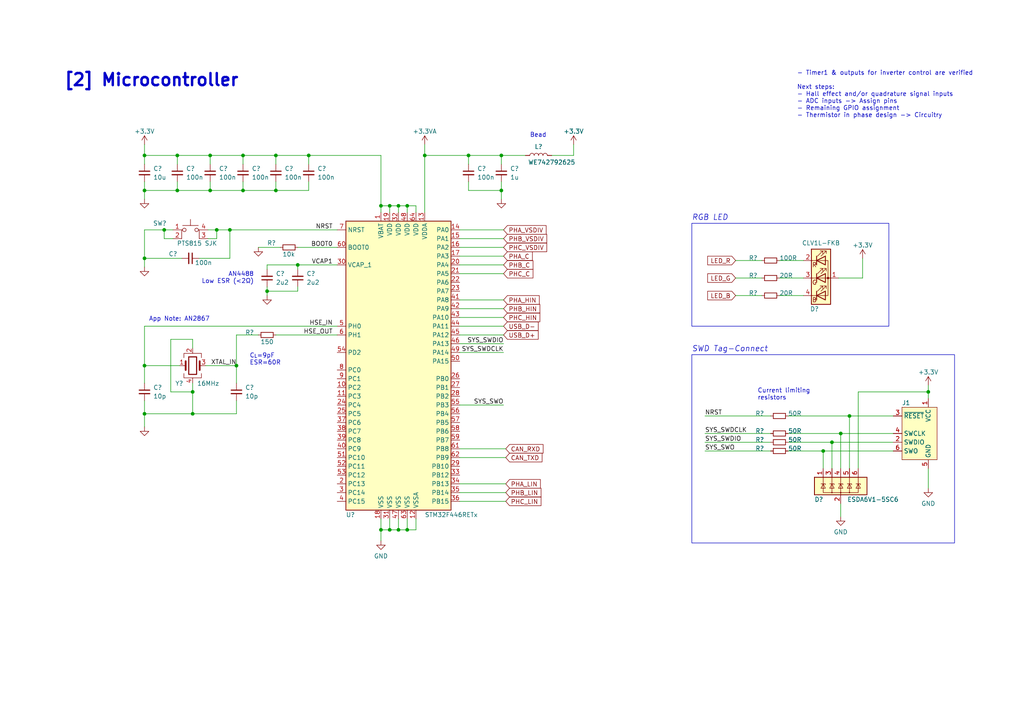
<source format=kicad_sch>
(kicad_sch (version 20230121) (generator eeschema)
  (paper "A4")
  (title_block (title "MCU [3]") (date "2023-04-20") (rev "1.0"))
  (lib_symbols
    (symbol "Connector:Conn_ARM_SWD_TagConnect_TC2030" (in_bom no)
      (property "Reference" "J" (at 2.54 11.43 0))
      (property "Value" "Conn_ARM_SWD_TagConnect_TC2030" (at 5.08 8.89 0))
      (symbol "Conn_ARM_SWD_TagConnect_TC2030_0_0"
        (pin power_in line (at -2.54 10.16 270) (length 2.54) (name "VCC") (number "1"))
        (pin bidirectional line (at 7.62 -2.54 180) (length 2.54) (name "SWDIO") (number "2"))
        (pin open_collector line (at 7.62 5.08 180) (length 2.54) (name "~{RESET}") (number "3"))
        (pin output line (at 7.62 0 180) (length 2.54) (name "SWCLK") (number "4"))
        (pin power_in line (at -2.54 -10.16 90) (length 2.54) (name "GND") (number "5"))
        (pin input line (at 7.62 -5.08 180) (length 2.54) (name "SWO") (number "6"))
      )
      (symbol "Conn_ARM_SWD_TagConnect_TC2030_0_1"
        (rectangle (start -5.08 7.62) (end 5.08 -7.62) (fill (type background)))
      )
    )
    (symbol "Device:C_Small" (pin_numbers hide) (pin_names (offset 0.254) hide)
      (property "Reference" "C" (at 0.254 1.778 0))
      (property "Value" "C_Small" (at 0.254 -2.032 0))
      (symbol "C_Small_0_1"
        (polyline (pts (xy -1.524 -0.508) (xy 1.524 -0.508)) (stroke (width 0.3302)))
        (polyline (pts (xy -1.524 0.508) (xy 1.524 0.508)) (stroke (width 0.3048)))
      )
      (symbol "C_Small_1_1"
        (pin passive line (at 0 2.54 270) (length 2.032) (name "~") (number "1"))
        (pin passive line (at 0 -2.54 90) (length 2.032) (name "~") (number "2"))
      )
    )
    (symbol "Device:Crystal_GND24" (pin_names (offset 1.016) hide)
      (property "Reference" "Y" (at 3.175 5.08 0))
      (property "Value" "Crystal_GND24" (at 3.175 3.175 0))
      (symbol "Crystal_GND24_0_1"
        (rectangle (start -1.143 2.54) (end 1.143 -2.54) (stroke (width 0.3048)))
        (polyline (pts (xy -2.54 0) (xy -2.032 0)))
        (polyline (pts (xy -2.032 -1.27) (xy -2.032 1.27)) (stroke (width 0.508)))
        (polyline (pts (xy 0 -3.81) (xy 0 -3.556)))
        (polyline (pts (xy 0 3.556) (xy 0 3.81)))
        (polyline (pts (xy 2.032 -1.27) (xy 2.032 1.27)) (stroke (width 0.508)))
        (polyline (pts (xy 2.032 0) (xy 2.54 0)))
        (polyline (pts (xy -2.54 -2.286) (xy -2.54 -3.556) (xy 2.54 -3.556) (xy 2.54 -2.286)))
        (polyline (pts (xy -2.54 2.286) (xy -2.54 3.556) (xy 2.54 3.556) (xy 2.54 2.286)))
      )
      (symbol "Crystal_GND24_1_1"
        (pin passive line (at -3.81 0 0) (length 1.27) (name "1") (number "1"))
        (pin passive line (at 0 5.08 270) (length 1.27) (name "2") (number "2"))
        (pin passive line (at 3.81 0 180) (length 1.27) (name "3") (number "3"))
        (pin passive line (at 0 -5.08 90) (length 1.27) (name "4") (number "4"))
      )
    )
    (symbol "Device:L" (pin_numbers hide) (pin_names (offset 1.016) hide)
      (property "Reference" "L" (at -1.27 0 90))
      (property "Value" "L" (at 1.905 0 90))
      (symbol "L_0_1"
        (arc (start 0 -2.54) (mid 0.6323 -1.905) (end 0 -1.27))
        (arc (start 0 -1.27) (mid 0.6323 -0.635) (end 0 0))
        (arc (start 0 0) (mid 0.6323 0.635) (end 0 1.27))
        (arc (start 0 1.27) (mid 0.6323 1.905) (end 0 2.54))
      )
      (symbol "L_1_1"
        (pin passive line (at 0 3.81 270) (length 1.27) (name "1") (number "1"))
        (pin passive line (at 0 -3.81 90) (length 1.27) (name "2") (number "2"))
      )
    )
    (symbol "Device:R_Small" (pin_numbers hide) (pin_names (offset 0.254) hide)
      (property "Reference" "R" (at 0.762 0.508 0))
      (property "Value" "R_Small" (at 0.762 -1.016 0))
      (symbol "R_Small_0_1"
        (rectangle (start -0.762 1.778) (end 0.762 -1.778) (stroke (width 0.2032)))
      )
      (symbol "R_Small_1_1"
        (pin passive line (at 0 2.54 270) (length 0.762) (name "~") (number "1"))
        (pin passive line (at 0 -2.54 90) (length 0.762) (name "~") (number "2"))
      )
    )
    (symbol "LED:CLV1L-FKB" (pin_names (offset 0) hide)
      (property "Reference" "D" (at 0 9.398 0))
      (property "Value" "CLV1L-FKB" (at 0 -8.89 0))
      (symbol "CLV1L-FKB_0_0"
        (text "B" (at -1.905 -6.35 0) (effects (font (size 1.27 1.27))))
        (text "G" (at -1.905 -1.27 0) (effects (font (size 1.27 1.27))))
        (text "R" (at -1.905 3.81 0) (effects (font (size 1.27 1.27))))
      )
      (symbol "CLV1L-FKB_0_1"
        (polyline (pts (xy -2.54 -5.08) (xy 1.27 -5.08)))
        (polyline (pts (xy -1.27 -3.81) (xy -1.27 -6.35)) (stroke (width 0.254)))
        (polyline (pts (xy -1.27 1.27) (xy -1.27 -1.27)) (stroke (width 0.254)))
        (polyline (pts (xy -1.27 6.35) (xy -1.27 3.81)) (stroke (width 0.254)))
        (polyline (pts (xy 1.27 5.08) (xy -2.54 5.08)))
        (polyline (pts (xy 2.54 0) (xy -2.54 0)))
        (polyline (pts (xy 1.27 -5.08) (xy 2.032 -5.08) (xy 2.032 5.08) (xy 1.27 5.08)))
        (polyline (pts (xy 1.27 -3.81) (xy 1.27 -6.35) (xy -1.27 -5.08) (xy 1.27 -3.81)) (stroke (width 0.254)))
        (polyline (pts (xy 1.27 1.27) (xy 1.27 -1.27) (xy -1.27 0) (xy 1.27 1.27)) (stroke (width 0.254)))
        (polyline (pts (xy 1.27 6.35) (xy 1.27 3.81) (xy -1.27 5.08) (xy 1.27 6.35)) (stroke (width 0.254)))
        (polyline (pts (xy -1.016 -3.81) (xy 0.508 -2.286) (xy -0.254 -2.286) (xy 0.508 -2.286) (xy 0.508 -3.048)))
        (polyline (pts (xy -1.016 1.27) (xy 0.508 2.794) (xy -0.254 2.794) (xy 0.508 2.794) (xy 0.508 2.032)))
        (polyline (pts (xy -1.016 6.35) (xy 0.508 7.874) (xy -0.254 7.874) (xy 0.508 7.874) (xy 0.508 7.112)))
        (polyline (pts (xy 0 -3.81) (xy 1.524 -2.286) (xy 0.762 -2.286) (xy 1.524 -2.286) (xy 1.524 -3.048)))
        (polyline (pts (xy 0 1.27) (xy 1.524 2.794) (xy 0.762 2.794) (xy 1.524 2.794) (xy 1.524 2.032)))
        (polyline (pts (xy 0 6.35) (xy 1.524 7.874) (xy 0.762 7.874) (xy 1.524 7.874) (xy 1.524 7.112)))
        (rectangle (start 1.27 6.35) (end 1.27 6.35))
        (circle (center 2.032 0) (radius 0.254) (fill (type outline)))
        (rectangle (start 2.794 8.382) (end -2.794 -7.62) (stroke (width 0.254)) (fill (type background)))
      )
      (symbol "CLV1L-FKB_1_1"
        (pin passive line (at 5.08 0 180) (length 2.54) (name "A") (number "1"))
        (pin passive line (at -5.08 5.08 0) (length 2.54) (name "RK") (number "2"))
        (pin passive line (at -5.08 0 0) (length 2.54) (name "GK") (number "3"))
        (pin passive line (at -5.08 -5.08 0) (length 2.54) (name "BK") (number "4"))
      )
    )
    (symbol "MCU_ST_STM32F4:STM32F446RETx"
      (property "Reference" "U" (at -15.24 41.91 0))
      (property "Value" "STM32F446RETx" (at 10.16 41.91 0))
      (symbol "STM32F446RETx_0_1"
        (rectangle (start -15.24 -43.18) (end 15.24 40.64) (stroke (width 0.254)) (fill (type background)))
      )
      (symbol "STM32F446RETx_1_1"
        (pin power_in line (at -5.08 43.18 270) (length 2.54) (name "VBAT") (number "1"))
        (pin bidirectional line (at -17.78 -7.62 0) (length 2.54) (name "PC2") (number "10"))
        (pin bidirectional line (at -17.78 -10.16 0) (length 2.54) (name "PC3") (number "11"))
        (pin power_in line (at 5.08 -45.72 90) (length 2.54) (name "VSSA") (number "12"))
        (pin power_in line (at 7.62 43.18 270) (length 2.54) (name "VDDA") (number "13"))
        (pin bidirectional line (at 17.78 38.1 180) (length 2.54) (name "PA0") (number "14"))
        (pin bidirectional line (at 17.78 35.56 180) (length 2.54) (name "PA1") (number "15"))
        (pin bidirectional line (at 17.78 33.02 180) (length 2.54) (name "PA2") (number "16"))
        (pin bidirectional line (at 17.78 30.48 180) (length 2.54) (name "PA3") (number "17"))
        (pin power_in line (at -5.08 -45.72 90) (length 2.54) (name "VSS") (number "18"))
        (pin power_in line (at -2.54 43.18 270) (length 2.54) (name "VDD") (number "19"))
        (pin bidirectional line (at -17.78 -35.56 0) (length 2.54) (name "PC13") (number "2"))
        (pin bidirectional line (at 17.78 27.94 180) (length 2.54) (name "PA4") (number "20"))
        (pin bidirectional line (at 17.78 25.4 180) (length 2.54) (name "PA5") (number "21"))
        (pin bidirectional line (at 17.78 22.86 180) (length 2.54) (name "PA6") (number "22"))
        (pin bidirectional line (at 17.78 20.32 180) (length 2.54) (name "PA7") (number "23"))
        (pin bidirectional line (at -17.78 -12.7 0) (length 2.54) (name "PC4") (number "24"))
        (pin bidirectional line (at -17.78 -15.24 0) (length 2.54) (name "PC5") (number "25"))
        (pin bidirectional line (at 17.78 -5.08 180) (length 2.54) (name "PB0") (number "26"))
        (pin bidirectional line (at 17.78 -7.62 180) (length 2.54) (name "PB1") (number "27"))
        (pin bidirectional line (at 17.78 -10.16 180) (length 2.54) (name "PB2") (number "28"))
        (pin bidirectional line (at 17.78 -30.48 180) (length 2.54) (name "PB10") (number "29"))
        (pin bidirectional line (at -17.78 -38.1 0) (length 2.54) (name "PC14") (number "3"))
        (pin power_in line (at -17.78 27.94 0) (length 2.54) (name "VCAP_1") (number "30"))
        (pin power_in line (at -2.54 -45.72 90) (length 2.54) (name "VSS") (number "31"))
        (pin power_in line (at 0 43.18 270) (length 2.54) (name "VDD") (number "32"))
        (pin bidirectional line (at 17.78 -33.02 180) (length 2.54) (name "PB12") (number "33"))
        (pin bidirectional line (at 17.78 -35.56 180) (length 2.54) (name "PB13") (number "34"))
        (pin bidirectional line (at 17.78 -38.1 180) (length 2.54) (name "PB14") (number "35"))
        (pin bidirectional line (at 17.78 -40.64 180) (length 2.54) (name "PB15") (number "36"))
        (pin bidirectional line (at -17.78 -17.78 0) (length 2.54) (name "PC6") (number "37"))
        (pin bidirectional line (at -17.78 -20.32 0) (length 2.54) (name "PC7") (number "38"))
        (pin bidirectional line (at -17.78 -22.86 0) (length 2.54) (name "PC8") (number "39"))
        (pin bidirectional line (at -17.78 -40.64 0) (length 2.54) (name "PC15") (number "4"))
        (pin bidirectional line (at -17.78 -25.4 0) (length 2.54) (name "PC9") (number "40"))
        (pin bidirectional line (at 17.78 17.78 180) (length 2.54) (name "PA8") (number "41"))
        (pin bidirectional line (at 17.78 15.24 180) (length 2.54) (name "PA9") (number "42"))
        (pin bidirectional line (at 17.78 12.7 180) (length 2.54) (name "PA10") (number "43"))
        (pin bidirectional line (at 17.78 10.16 180) (length 2.54) (name "PA11") (number "44"))
        (pin bidirectional line (at 17.78 7.62 180) (length 2.54) (name "PA12") (number "45"))
        (pin bidirectional line (at 17.78 5.08 180) (length 2.54) (name "PA13") (number "46"))
        (pin power_in line (at 0 -45.72 90) (length 2.54) (name "VSS") (number "47"))
        (pin power_in line (at 2.54 43.18 270) (length 2.54) (name "VDD") (number "48"))
        (pin bidirectional line (at 17.78 2.54 180) (length 2.54) (name "PA14") (number "49"))
        (pin input line (at -17.78 10.16 0) (length 2.54) (name "PH0") (number "5"))
        (pin bidirectional line (at 17.78 0 180) (length 2.54) (name "PA15") (number "50"))
        (pin bidirectional line (at -17.78 -27.94 0) (length 2.54) (name "PC10") (number "51"))
        (pin bidirectional line (at -17.78 -30.48 0) (length 2.54) (name "PC11") (number "52"))
        (pin bidirectional line (at -17.78 -33.02 0) (length 2.54) (name "PC12") (number "53"))
        (pin bidirectional line (at -17.78 2.54 0) (length 2.54) (name "PD2") (number "54"))
        (pin bidirectional line (at 17.78 -12.7 180) (length 2.54) (name "PB3") (number "55"))
        (pin bidirectional line (at 17.78 -15.24 180) (length 2.54) (name "PB4") (number "56"))
        (pin bidirectional line (at 17.78 -17.78 180) (length 2.54) (name "PB5") (number "57"))
        (pin bidirectional line (at 17.78 -20.32 180) (length 2.54) (name "PB6") (number "58"))
        (pin bidirectional line (at 17.78 -22.86 180) (length 2.54) (name "PB7") (number "59"))
        (pin input line (at -17.78 7.62 0) (length 2.54) (name "PH1") (number "6"))
        (pin input line (at -17.78 33.02 0) (length 2.54) (name "BOOT0") (number "60"))
        (pin bidirectional line (at 17.78 -25.4 180) (length 2.54) (name "PB8") (number "61"))
        (pin bidirectional line (at 17.78 -27.94 180) (length 2.54) (name "PB9") (number "62"))
        (pin power_in line (at 2.54 -45.72 90) (length 2.54) (name "VSS") (number "63"))
        (pin power_in line (at 5.08 43.18 270) (length 2.54) (name "VDD") (number "64"))
        (pin input line (at -17.78 38.1 0) (length 2.54) (name "NRST") (number "7"))
        (pin bidirectional line (at -17.78 -2.54 0) (length 2.54) (name "PC0") (number "8"))
        (pin bidirectional line (at -17.78 -5.08 0) (length 2.54) (name "PC1") (number "9"))
      )
    )
    (symbol "Power_Protection:ESDA6V1-5SC6" (pin_names hide)
      (property "Reference" "D" (at -5.08 -3.81 0))
      (property "Value" "ESDA6V1-5SC6" (at 2.54 -3.81 0))
      (symbol "ESDA6V1-5SC6_0_0"
        (pin passive line (at 0 -5.08 90) (length 2.54) (name "GND") (number "2"))
      )
      (symbol "ESDA6V1-5SC6_0_1"
        (rectangle (start -7.62 2.54) (end 7.62 -2.54) (stroke (width 0.254)) (fill (type background)))
        (circle (center -2.54 -1.905) (radius 0.127))
        (circle (center 0 -1.905) (radius 0.127))
        (polyline (pts (xy -2.54 2.54) (xy -2.54 -1.905)))
        (polyline (pts (xy 0 2.54) (xy 0 -2.54)))
        (polyline (pts (xy 2.54 2.54) (xy 2.54 -1.905)))
        (polyline (pts (xy -5.715 0.635) (xy -4.445 0.635) (xy -4.445 0.381)))
        (polyline (pts (xy -3.175 0.635) (xy -1.905 0.635) (xy -1.905 0.381)))
        (polyline (pts (xy -0.635 0.635) (xy 0.635 0.635) (xy 0.635 0.381)))
        (polyline (pts (xy 1.905 0.635) (xy 3.175 0.635) (xy 3.175 0.381)))
        (polyline (pts (xy 4.445 0.635) (xy 5.715 0.635) (xy 5.715 0.381)))
        (polyline (pts (xy -5.715 -0.635) (xy -4.445 -0.635) (xy -5.08 0.635) (xy -5.715 -0.635)))
        (polyline (pts (xy -5.08 2.54) (xy -5.08 -1.905) (xy 5.08 -1.905) (xy 5.08 2.54)))
        (polyline (pts (xy -3.175 -0.635) (xy -1.905 -0.635) (xy -2.54 0.635) (xy -3.175 -0.635)))
        (polyline (pts (xy -0.635 -0.635) (xy 0.635 -0.635) (xy 0 0.635) (xy -0.635 -0.635)))
        (polyline (pts (xy 1.905 -0.635) (xy 3.175 -0.635) (xy 2.54 0.635) (xy 1.905 -0.635)))
        (polyline (pts (xy 4.445 -0.635) (xy 5.715 -0.635) (xy 5.08 0.635) (xy 4.445 -0.635)))
        (circle (center 2.54 -1.905) (radius 0.127))
      )
      (symbol "ESDA6V1-5SC6_1_1"
        (pin passive line (at -5.08 5.08 270) (length 2.54) (name "IO1") (number "1"))
        (pin passive line (at -2.54 5.08 270) (length 2.54) (name "IO2") (number "3"))
        (pin passive line (at 0 5.08 270) (length 2.54) (name "IO3") (number "4"))
        (pin passive line (at 2.54 5.08 270) (length 2.54) (name "IO4") (number "5"))
        (pin passive line (at 5.08 5.08 270) (length 2.54) (name "IO5") (number "6"))
      )
    )
    (symbol "Switch:SW_MEC_5E" (pin_names (offset 1.016) hide)
      (property "Reference" "SW" (at 0.635 5.715 0))
      (property "Value" "SW_MEC_5E" (at 0 -3.175 0))
      (symbol "SW_MEC_5E_0_1"
        (circle (center -1.778 2.54) (radius 0.508))
        (polyline (pts (xy -2.286 3.81) (xy 2.286 3.81)))
        (polyline (pts (xy 0 3.81) (xy 0 5.588)))
        (polyline (pts (xy -2.54 0) (xy -2.54 2.54) (xy -2.286 2.54)))
        (polyline (pts (xy 2.54 0) (xy 2.54 2.54) (xy 2.286 2.54)))
        (circle (center 1.778 2.54) (radius 0.508))
        (pin passive line (at -5.08 2.54 0) (length 2.54) (name "1") (number "1"))
        (pin passive line (at -5.08 0 0) (length 2.54) (name "2") (number "2"))
        (pin passive line (at 5.08 0 180) (length 2.54) (name "K") (number "3"))
        (pin passive line (at 5.08 2.54 180) (length 2.54) (name "A") (number "4"))
      )
    )
    (symbol "power:+3.3V" (power) (pin_names (offset 0))
      (property "Value" "+3.3V" (at 0 3.556 0))
      (symbol "+3.3V_0_1"
        (polyline (pts (xy -0.762 1.27) (xy 0 2.54)))
        (polyline (pts (xy 0 0) (xy 0 2.54)))
        (polyline (pts (xy 0 2.54) (xy 0.762 1.27)))
      )
      (symbol "+3.3V_1_1"
        (pin power_in line (at 0 0 90) (length 0) hide (name "+3.3V") (number "1"))
      )
    )
    (symbol "power:+3.3VA" (power) (pin_names (offset 0))
      (property "Value" "+3.3VA" (at 0 3.556 0))
      (symbol "+3.3VA_0_1"
        (polyline (pts (xy -0.762 1.27) (xy 0 2.54)))
        (polyline (pts (xy 0 0) (xy 0 2.54)))
        (polyline (pts (xy 0 2.54) (xy 0.762 1.27)))
      )
      (symbol "+3.3VA_1_1"
        (pin power_in line (at 0 0 90) (length 0) hide (name "+3.3VA") (number "1"))
      )
    )
    (symbol "power:GND" (power) (pin_names (offset 0))
      (property "Value" "GND" (at 0 -3.81 0))
      (symbol "GND_0_1"
        (polyline (pts (xy 0 0) (xy 0 -1.27) (xy 1.27 -1.27) (xy 0 -2.54) (xy -1.27 -1.27) (xy 0 -1.27)))
      )
      (symbol "GND_1_1"
        (pin power_in line (at 0 0 270) (length 0) hide (name "GND") (number "1"))
      )
    )
  )
  (junction (at 135.89 45.085))
  (junction (at 41.91 55.245))
  (junction (at 62.865 66.675))
  (junction (at 47.625 66.675))
  (junction (at 89.535 45.085))
  (junction (at 115.57 59.69))
  (junction (at 238.76 130.81))
  (junction (at 70.485 55.245))
  (junction (at 41.91 120.015))
  (junction (at 243.84 125.73))
  (junction (at 41.91 45.085))
  (junction (at 77.47 84.455))
  (junction (at 66.675 66.675))
  (junction (at 55.88 113.665))
  (junction (at 60.96 45.085))
  (junction (at 41.91 74.93))
  (junction (at 80.01 55.245))
  (junction (at 115.57 153.67))
  (junction (at 118.11 59.69))
  (junction (at 55.88 120.015))
  (junction (at 70.485 45.085))
  (junction (at 246.38 120.65))
  (junction (at 41.91 106.045))
  (junction (at 145.415 45.085))
  (junction (at 113.03 153.67))
  (junction (at 269.24 113.665))
  (junction (at 86.36 76.835))
  (junction (at 113.03 59.69))
  (junction (at 118.11 153.67))
  (junction (at 123.19 45.085))
  (junction (at 110.49 59.69))
  (junction (at 80.01 45.085))
  (junction (at 60.96 55.245))
  (junction (at 68.58 106.045))
  (junction (at 51.435 45.085))
  (junction (at 145.415 55.245))
  (junction (at 51.435 55.245))
  (junction (at 110.49 153.67))
  (junction (at 241.3 128.27))
  (wire (pts (xy 118.11 153.67) (xy 120.65 153.67)))
  (wire (pts (xy 51.435 45.085) (xy 51.435 47.625)))
  (wire (pts (xy 41.91 55.245) (xy 51.435 55.245)))
  (wire (pts (xy 248.92 113.665) (xy 248.92 135.89)))
  (wire (pts (xy 133.35 69.215) (xy 146.05 69.215)))
  (wire (pts (xy 118.11 150.495) (xy 118.11 153.67)))
  (wire (pts (xy 60.325 66.675) (xy 62.865 66.675)))
  (wire (pts (xy 97.79 97.155) (xy 80.01 97.155)))
  (wire (pts (xy 77.47 84.455) (xy 77.47 85.725)))
  (wire (pts (xy 77.47 84.455) (xy 86.36 84.455)))
  (wire (pts (xy 133.35 97.155) (xy 146.05 97.155)))
  (wire (pts (xy 47.625 69.215) (xy 47.625 66.675)))
  (wire (pts (xy 133.35 86.995) (xy 146.05 86.995)))
  (wire (pts (xy 243.84 125.73) (xy 259.08 125.73)))
  (wire (pts (xy 269.24 111.76) (xy 269.24 113.665)))
  (wire (pts (xy 55.88 100.965) (xy 55.88 98.425)))
  (wire (pts (xy 60.96 45.085) (xy 51.435 45.085)))
  (wire (pts (xy 51.435 52.705) (xy 51.435 55.245)))
  (wire (pts (xy 110.49 153.67) (xy 110.49 156.845)))
  (wire (pts (xy 89.535 55.245) (xy 80.01 55.245)))
  (wire (pts (xy 49.53 98.425) (xy 49.53 113.665)))
  (wire (pts (xy 80.01 45.085) (xy 70.485 45.085)))
  (wire (pts (xy 41.91 55.245) (xy 41.91 57.785)))
  (wire (pts (xy 74.93 71.755) (xy 81.28 71.755)))
  (wire (pts (xy 41.91 120.015) (xy 41.91 123.825)))
  (wire (pts (xy 226.06 85.725) (xy 233.045 85.725)))
  (wire (pts (xy 204.47 128.27) (xy 223.52 128.27)))
  (wire (pts (xy 133.35 94.615) (xy 146.05 94.615)))
  (wire (pts (xy 86.36 84.455) (xy 86.36 83.185)))
  (wire (pts (xy 50.165 69.215) (xy 47.625 69.215)))
  (wire (pts (xy 41.91 94.615) (xy 41.91 106.045)))
  (wire (pts (xy 110.49 45.085) (xy 89.535 45.085)))
  (wire (pts (xy 228.6 120.65) (xy 246.38 120.65)))
  (wire (pts (xy 115.57 59.69) (xy 113.03 59.69)))
  (wire (pts (xy 89.535 52.705) (xy 89.535 55.245)))
  (wire (pts (xy 120.65 61.595) (xy 120.65 59.69)))
  (wire (pts (xy 77.47 78.105) (xy 77.47 76.835)))
  (wire (pts (xy 110.49 61.595) (xy 110.49 59.69)))
  (wire (pts (xy 68.58 120.015) (xy 55.88 120.015)))
  (wire (pts (xy 238.76 130.81) (xy 259.08 130.81)))
  (wire (pts (xy 246.38 120.65) (xy 259.08 120.65)))
  (wire (pts (xy 145.415 45.085) (xy 152.4 45.085)))
  (wire (pts (xy 47.625 66.675) (xy 41.91 66.675)))
  (wire (pts (xy 62.865 69.215) (xy 62.865 66.675)))
  (wire (pts (xy 60.96 45.085) (xy 60.96 47.625)))
  (wire (pts (xy 243.84 146.05) (xy 243.84 149.86)))
  (wire (pts (xy 204.47 130.81) (xy 223.52 130.81)))
  (wire (pts (xy 41.91 94.615) (xy 97.79 94.615)))
  (wire (pts (xy 68.58 97.155) (xy 74.93 97.155)))
  (wire (pts (xy 86.36 76.835) (xy 97.79 76.835)))
  (wire (pts (xy 269.24 135.89) (xy 269.24 141.605)))
  (wire (pts (xy 123.19 41.91) (xy 123.19 45.085)))
  (wire (pts (xy 133.35 142.875) (xy 146.685 142.875)))
  (wire (pts (xy 115.57 150.495) (xy 115.57 153.67)))
  (wire (pts (xy 213.36 75.565) (xy 220.98 75.565)))
  (wire (pts (xy 57.785 74.93) (xy 66.675 74.93)))
  (wire (pts (xy 41.91 41.91) (xy 41.91 45.085)))
  (wire (pts (xy 226.06 75.565) (xy 233.045 75.565)))
  (wire (pts (xy 68.58 106.045) (xy 68.58 111.125)))
  (wire (pts (xy 41.91 45.085) (xy 41.91 47.625)))
  (wire (pts (xy 246.38 120.65) (xy 246.38 135.89)))
  (wire (pts (xy 59.69 106.045) (xy 68.58 106.045)))
  (wire (pts (xy 60.96 52.705) (xy 60.96 55.245)))
  (wire (pts (xy 213.36 80.645) (xy 220.98 80.645)))
  (wire (pts (xy 49.53 113.665) (xy 55.88 113.665)))
  (wire (pts (xy 110.49 59.69) (xy 110.49 45.085)))
  (wire (pts (xy 118.11 61.595) (xy 118.11 59.69)))
  (wire (pts (xy 41.91 66.675) (xy 41.91 74.93)))
  (wire (pts (xy 41.91 74.93) (xy 41.91 77.47)))
  (wire (pts (xy 50.165 66.675) (xy 47.625 66.675)))
  (wire (pts (xy 115.57 153.67) (xy 118.11 153.67)))
  (wire (pts (xy 89.535 47.625) (xy 89.535 45.085)))
  (wire (pts (xy 145.415 52.705) (xy 145.415 55.245)))
  (wire (pts (xy 133.35 71.755) (xy 146.05 71.755)))
  (wire (pts (xy 113.03 61.595) (xy 113.03 59.69)))
  (wire (pts (xy 133.35 99.695) (xy 146.05 99.695)))
  (wire (pts (xy 41.91 74.93) (xy 52.705 74.93)))
  (wire (pts (xy 60.96 55.245) (xy 70.485 55.245)))
  (wire (pts (xy 120.65 150.495) (xy 120.65 153.67)))
  (wire (pts (xy 80.01 52.705) (xy 80.01 55.245)))
  (wire (pts (xy 228.6 125.73) (xy 243.84 125.73)))
  (wire (pts (xy 145.415 45.085) (xy 145.415 47.625)))
  (wire (pts (xy 133.35 132.715) (xy 146.685 132.715)))
  (wire (pts (xy 133.35 79.375) (xy 146.05 79.375)))
  (wire (pts (xy 135.89 55.245) (xy 145.415 55.245)))
  (wire (pts (xy 70.485 52.705) (xy 70.485 55.245)))
  (wire (pts (xy 120.65 59.69) (xy 118.11 59.69)))
  (wire (pts (xy 166.37 45.085) (xy 160.02 45.085)))
  (wire (pts (xy 123.19 45.085) (xy 123.19 61.595)))
  (wire (pts (xy 250.19 80.645) (xy 243.205 80.645)))
  (wire (pts (xy 41.91 52.705) (xy 41.91 55.245)))
  (wire (pts (xy 228.6 128.27) (xy 241.3 128.27)))
  (wire (pts (xy 226.06 80.645) (xy 233.045 80.645)))
  (wire (pts (xy 66.675 74.93) (xy 66.675 66.675)))
  (wire (pts (xy 241.3 128.27) (xy 241.3 135.89)))
  (wire (pts (xy 135.89 52.705) (xy 135.89 55.245)))
  (wire (pts (xy 113.03 153.67) (xy 115.57 153.67)))
  (wire (pts (xy 133.35 145.415) (xy 146.685 145.415)))
  (wire (pts (xy 133.35 66.675) (xy 146.05 66.675)))
  (wire (pts (xy 238.76 130.81) (xy 238.76 135.89)))
  (wire (pts (xy 248.92 113.665) (xy 269.24 113.665)))
  (wire (pts (xy 68.58 97.155) (xy 68.58 106.045)))
  (wire (pts (xy 55.88 113.665) (xy 55.88 111.125)))
  (wire (pts (xy 80.01 55.245) (xy 70.485 55.245)))
  (wire (pts (xy 60.325 69.215) (xy 62.865 69.215)))
  (wire (pts (xy 133.35 130.175) (xy 146.685 130.175)))
  (wire (pts (xy 51.435 45.085) (xy 41.91 45.085)))
  (wire (pts (xy 68.58 116.205) (xy 68.58 120.015)))
  (wire (pts (xy 243.84 125.73) (xy 243.84 135.89)))
  (wire (pts (xy 55.88 120.015) (xy 41.91 120.015)))
  (wire (pts (xy 80.01 47.625) (xy 80.01 45.085)))
  (wire (pts (xy 135.89 45.085) (xy 135.89 47.625)))
  (wire (pts (xy 133.35 102.235) (xy 146.05 102.235)))
  (wire (pts (xy 86.36 78.105) (xy 86.36 76.835)))
  (wire (pts (xy 41.91 120.015) (xy 41.91 116.205)))
  (wire (pts (xy 110.49 153.67) (xy 113.03 153.67)))
  (wire (pts (xy 55.88 98.425) (xy 49.53 98.425)))
  (wire (pts (xy 113.03 59.69) (xy 110.49 59.69)))
  (wire (pts (xy 77.47 84.455) (xy 77.47 83.185)))
  (wire (pts (xy 113.03 150.495) (xy 113.03 153.67)))
  (wire (pts (xy 204.47 120.65) (xy 223.52 120.65)))
  (wire (pts (xy 77.47 76.835) (xy 86.36 76.835)))
  (wire (pts (xy 118.11 59.69) (xy 115.57 59.69)))
  (wire (pts (xy 250.19 74.93) (xy 250.19 80.645)))
  (wire (pts (xy 133.35 76.835) (xy 146.05 76.835)))
  (wire (pts (xy 145.415 55.245) (xy 145.415 57.785)))
  (wire (pts (xy 62.865 66.675) (xy 66.675 66.675)))
  (wire (pts (xy 41.91 106.045) (xy 41.91 111.125)))
  (wire (pts (xy 70.485 45.085) (xy 60.96 45.085)))
  (wire (pts (xy 123.19 45.085) (xy 135.89 45.085)))
  (wire (pts (xy 133.35 117.475) (xy 146.05 117.475)))
  (wire (pts (xy 213.36 85.725) (xy 220.98 85.725)))
  (wire (pts (xy 51.435 55.245) (xy 60.96 55.245)))
  (wire (pts (xy 52.07 106.045) (xy 41.91 106.045)))
  (wire (pts (xy 204.47 125.73) (xy 223.52 125.73)))
  (wire (pts (xy 133.35 140.335) (xy 146.685 140.335)))
  (wire (pts (xy 133.35 89.535) (xy 146.05 89.535)))
  (wire (pts (xy 115.57 61.595) (xy 115.57 59.69)))
  (wire (pts (xy 86.36 71.755) (xy 97.79 71.755)))
  (wire (pts (xy 135.89 45.085) (xy 145.415 45.085)))
  (wire (pts (xy 269.24 113.665) (xy 269.24 115.57)))
  (wire (pts (xy 70.485 47.625) (xy 70.485 45.085)))
  (wire (pts (xy 241.3 128.27) (xy 259.08 128.27)))
  (wire (pts (xy 228.6 130.81) (xy 238.76 130.81)))
  (wire (pts (xy 133.35 92.075) (xy 146.05 92.075)))
  (wire (pts (xy 166.37 41.91) (xy 166.37 45.085)))
  (wire (pts (xy 66.675 66.675) (xy 97.79 66.675)))
  (wire (pts (xy 133.35 74.295) (xy 146.05 74.295)))
  (wire (pts (xy 89.535 45.085) (xy 80.01 45.085)))
  (wire (pts (xy 110.49 150.495) (xy 110.49 153.67)))
  (wire (pts (xy 55.88 113.665) (xy 55.88 120.015)))
  (rectangle (start 200.66 64.77) (end 257.81 94.615))
  (rectangle (start 200.66 102.87) (end 276.86 157.48))
  (text "App Note: AN2867\n" (at 43.18 93.345 0) (effects (font (size 1.27 1.27)) (justify left bottom)))
  (text "Bead\n" (at 153.67 40.005 0) (effects (font (size 1.27 1.27)) (justify left bottom)))
  (text "SWD Tag-Connect\n" (at 200.66 102.235 0) (effects (font (size 1.6 1.6) italic) (justify left bottom)))
  (text "RGB LED\n" (at 200.66 64.135 0) (effects (font (size 1.6 1.6) italic) (justify left bottom)))
  (text "- Timer1 & outputs for inverter control are verified\n\nNext steps:\n- Hall effect and/or quadrature signal inputs\n- ADC inputs -> Assign pins\n- Remaining GPIO assignment\n- Thermistor in phase design -> Circuitry\n" (at 231.14 34.29 0) (effects (font (size 1.27 1.27)) (justify left bottom)))
  (text "[2] Microcontroller" (at 18.415 25.4 0) (effects (font (size 3.5 3.5) (thickness 0.7) bold) (justify left bottom)))
  (text "AN4488\nLow ESR (<2Ω)\n\n" (at 73.66 84.455 0) (effects (font (size 1.27 1.27)) (justify right bottom)))
  (text "Current limiting \nresistors" (at 219.71 116.205 0) (effects (font (size 1.27 1.27)) (justify left bottom)))
  (text "C_{L}=9pF\nESR=60R" (at 72.39 106.045 0) (effects (font (size 1.27 1.27)) (justify left bottom)))
  (label "BOOT0" (at 96.52 71.755 180))
  (label "SYS_SWO" (at 146.05 117.475 180))
  (label "SYS_SWDCLK" (at 146.05 102.235 180))
  (label "XTAL_IN" (at 68.58 106.045 180))
  (label "HSE_OUT" (at 96.52 97.155 180))
  (label "NRST" (at 96.52 66.675 180))
  (label "SYS_SWDCLK" (at 204.47 125.73 0))
  (label "VCAP1" (at 96.52 76.835 180))
  (label "SYS_SWO" (at 204.47 130.81 0))
  (label "HSE_IN" (at 96.52 94.615 180))
  (label "NRST" (at 204.47 120.65 0))
  (label "SYS_SWDIO" (at 204.47 128.27 0))
  (label "SYS_SWDIO" (at 146.05 99.695 180))
  (global_label "USB_D+" (shape input) (at 146.05 97.155 0) (property "Intersheetrefs" "${INTERSHEET_REFS}" (effects hide)))
  (global_label "PHA_C" (shape input) (at 146.05 74.295 0) (property "Intersheetrefs" "${INTERSHEET_REFS}" (effects hide)))
  (global_label "CAN_TXD" (shape input) (at 146.685 132.715 0) (property "Intersheetrefs" "${INTERSHEET_REFS}" (effects hide)))
  (global_label "CAN_RXD" (shape input) (at 146.685 130.175 0) (property "Intersheetrefs" "${INTERSHEET_REFS}" (effects hide)))
  (global_label "LED_R" (shape input) (at 213.36 75.565 180) (property "Intersheetrefs" "${INTERSHEET_REFS}" (effects hide)))
  (global_label "LED_B" (shape input) (at 213.36 85.725 180) (property "Intersheetrefs" "${INTERSHEET_REFS}" (effects hide)))
  (global_label "USB_D-" (shape input) (at 146.05 94.615 0) (property "Intersheetrefs" "${INTERSHEET_REFS}" (effects hide)))
  (global_label "PHB_VSDIV" (shape input) (at 146.05 69.215 0) (property "Intersheetrefs" "${INTERSHEET_REFS}" (effects hide)))
  (global_label "PHA_HIN" (shape input) (at 146.05 86.995 0) (property "Intersheetrefs" "${INTERSHEET_REFS}" (effects hide)))
  (global_label "PHA_VSDIV" (shape input) (at 146.05 66.675 0) (property "Intersheetrefs" "${INTERSHEET_REFS}" (effects hide)))
  (global_label "PHB_C" (shape input) (at 146.05 76.835 0) (property "Intersheetrefs" "${INTERSHEET_REFS}" (effects hide)))
  (global_label "PHA_LIN" (shape input) (at 146.685 140.335 0) (property "Intersheetrefs" "${INTERSHEET_REFS}" (effects hide)))
  (global_label "PHC_C" (shape input) (at 146.05 79.375 0) (property "Intersheetrefs" "${INTERSHEET_REFS}" (effects hide)))
  (global_label "LED_G" (shape input) (at 213.36 80.645 180) (property "Intersheetrefs" "${INTERSHEET_REFS}" (effects hide)))
  (global_label "PHC_HIN" (shape input) (at 146.05 92.075 0) (property "Intersheetrefs" "${INTERSHEET_REFS}" (effects hide)))
  (global_label "PHC_VSDIV" (shape input) (at 146.05 71.755 0) (property "Intersheetrefs" "${INTERSHEET_REFS}" (effects hide)))
  (global_label "PHB_HIN" (shape input) (at 146.05 89.535 0) (property "Intersheetrefs" "${INTERSHEET_REFS}" (effects hide)))
  (global_label "PHB_LIN" (shape input) (at 146.685 142.875 0) (property "Intersheetrefs" "${INTERSHEET_REFS}" (effects hide)))
  (global_label "PHC_LIN" (shape input) (at 146.685 145.415 0) (property "Intersheetrefs" "${INTERSHEET_REFS}" (effects hide)))
  (symbol (lib_id "Power_Protection:ESDA6V1-5SC6") (at 243.84 140.97 0) (unit 1)
    (property "Reference" "D?" (at 236.22 144.145 0) (effects (justify left top)))
    (property "Value" "ESDA6V1-5SC6" (at 245.745 144.145 0) (effects (justify left top)))
    (property "Footprint" "Package_TO_SOT_SMD:SOT-23-6" (effects hide))
    (property "Datasheet" "www.st.com/resource/en/datasheet/esda6v1-5sc6.pdf" (effects hide))
    (property "Link" "https://www.mouser.de/ProductDetail/STMicroelectronics/ESDA6V1-5SC6?qs=ZN9SVtODT3yxqNpCUKP6Bg%3D%3D" (effects hide))
  )
  (symbol (lib_id "Device:C_Small") (at 41.91 113.665 0) (unit 1)
    (property "Reference" "C?" (at 44.45 112.395 0) (effects (justify left)))
    (property "Value" "10p" (at 44.45 114.935 0) (effects (justify left)))
    (property "Footprint" "Capacitor_SMD:C_0402_1005Metric_Pad0.74x0.62mm_HandSolder" (effects hide))
  )
  (symbol (lib_id "Device:R_Small") (at 223.52 80.645 90) (unit 1)
    (property "Reference" "R?" (at 217.17 80.645 90) (effects (justify right top)))
    (property "Value" "20R" (at 226.06 80.645 90) (effects (justify right top)))
    (property "Footprint" "Resistor_SMD:R_0603_1608Metric_Pad0.98x0.95mm_HandSolder" (effects hide))
  )
  (symbol (lib_id "Switch:SW_MEC_5E") (at 55.245 69.215 0) (unit 1)
    (property "Reference" "SW?" (at 46.355 64.77 0))
    (property "Value" "PTS815 SJK" (at 57.15 69.85 0) (effects (justify top)))
    (property "Datasheet" "http://www.apem.com/int/index.php?controller=attachment&id_attachment=1371" (effects hide))
  )
  (symbol (lib_id "Device:C_Small") (at 77.47 80.645 180) (unit 1)
    (property "Reference" "C?" (at 80.01 79.375 0) (effects (justify right)))
    (property "Value" "2u2" (at 80.01 81.915 0) (effects (justify right)))
  )
  (symbol (lib_id "power:+3.3V") (at 250.19 74.93 0) (unit 1)
    (property "Reference" "#PWR019" (effects hide))
    (property "Value" "+3.3V" (at 250.19 71.12 0))
  )
  (symbol (lib_id "Device:C_Small") (at 145.415 50.165 0) (unit 1)
    (property "Reference" "C?" (at 147.955 48.9012 0) (effects (justify left)))
    (property "Value" "1u" (at 147.955 51.4412 0) (effects (justify left)))
  )
  (symbol (lib_id "Device:C_Small") (at 51.435 50.165 0) (unit 1)
    (property "Reference" "C?" (at 53.975 48.9012 0) (effects (justify left)))
    (property "Value" "100n" (at 53.975 51.4412 0) (effects (justify left)))
  )
  (symbol (lib_id "Device:R_Small") (at 226.06 120.65 90) (unit 1)
    (property "Reference" "R?" (at 219.075 120.65 90) (effects (justify right top)))
    (property "Value" "50R" (at 228.6 120.65 90) (effects (justify right top)))
    (property "Footprint" "Resistor_SMD:R_0402_1005Metric_Pad0.72x0.64mm_HandSolder" (effects hide))
  )
  (symbol (lib_id "Device:C_Small") (at 55.245 74.93 270) (unit 1)
    (property "Reference" "C?" (at 48.895 73.66 90) (effects (justify left)))
    (property "Value" "100n" (at 56.515 76.2 90) (effects (justify left)))
  )
  (symbol (lib_id "power:+3.3V") (at 41.91 41.91 0) (unit 1)
    (property "Reference" "#PWR?" (effects hide))
    (property "Value" "+3.3V" (at 41.91 38.1 0))
  )
  (symbol (lib_id "Device:L") (at 156.21 45.085 90) (unit 1)
    (property "Reference" "L?" (at 156.21 42.545 90))
    (property "Value" "WE742792625" (at 160.02 46.355 90) (effects (justify bottom)))
  )
  (symbol (lib_id "LED:CLV1L-FKB") (at 238.125 80.645 0) (unit 1)
    (property "Reference" "D?" (at 234.95 88.9 0) (effects (justify left top)))
    (property "Value" "CLV1L-FKB" (at 238.125 70.485 0))
    (property "Footprint" "LED_SMD:LED_Cree-PLCC4_3.2x2.8mm_CCW" (effects hide))
    (property "Datasheet" "http://www.cree.com/led-components/media/documents/CLV1L-FKB-1238.pdf" (effects hide))
    (property "Link" "https://eu.mouser.com/ProductDetail/Cree-LED/CLV1L-FKB-CJ1N1E1BB7B3B3?qs=DCjbIwhU0ZsUXXwML8ijbw%3D%3D" (effects hide))
  )
  (symbol (lib_id "Device:R_Small") (at 226.06 125.73 90) (unit 1)
    (property "Reference" "R?" (at 219.075 125.73 90) (effects (justify right top)))
    (property "Value" "50R" (at 228.6 125.73 90) (effects (justify right top)))
    (property "Footprint" "Resistor_SMD:R_0402_1005Metric_Pad0.72x0.64mm_HandSolder" (effects hide))
  )
  (symbol (lib_id "Device:R_Small") (at 226.06 130.81 90) (unit 1)
    (property "Reference" "R?" (at 219.075 130.81 90) (effects (justify right top)))
    (property "Value" "50R" (at 228.6 130.81 90) (effects (justify right top)))
    (property "Footprint" "Resistor_SMD:R_0402_1005Metric_Pad0.72x0.64mm_HandSolder" (effects hide))
  )
  (symbol (lib_id "Device:R_Small") (at 83.82 71.755 270) (unit 1)
    (property "Reference" "R?" (at 77.47 70.485 90) (effects (justify left)))
    (property "Value" "10k" (at 81.915 73.025 90) (effects (justify left top)))
  )
  (symbol (lib_id "power:GND") (at 243.84 149.86 0) (unit 1)
    (property "Reference" "#PWR07" (effects hide))
    (property "Value" "GND" (at 243.84 154.305 0))
  )
  (symbol (lib_id "Connector:Conn_ARM_SWD_TagConnect_TC2030") (at 266.7 125.73 0) (mirror y) (unit 1) (in_bom no)
    (property "Reference" "J1" (at 261.62 116.84 0) (effects (justify right)))
    (property "Value" "SWD TagConnect" (effects hide))
    (property "Footprint" "Connector:Tag-Connect_TC2030-IDC-FP_2x03_P1.27mm_Vertical" (effects hide))
    (property "Datasheet" "https://www.tag-connect.com/wp-content/uploads/bsk-pdf-manager/TC2030-CTX_1.pdf" (effects hide))
  )
  (symbol (lib_id "Device:R_Small") (at 226.06 128.27 90) (unit 1)
    (property "Reference" "R?" (at 219.075 128.27 90) (effects (justify right top)))
    (property "Value" "50R" (at 228.6 128.27 90) (effects (justify right top)))
    (property "Footprint" "Resistor_SMD:R_0402_1005Metric_Pad0.72x0.64mm_HandSolder" (effects hide))
  )
  (symbol (lib_id "Device:C_Small") (at 68.58 113.665 0) (unit 1)
    (property "Reference" "C?" (at 71.12 112.395 0) (effects (justify left)))
    (property "Value" "10p" (at 71.12 114.935 0) (effects (justify left)))
    (property "Footprint" "Capacitor_SMD:C_0402_1005Metric_Pad0.74x0.62mm_HandSolder" (effects hide))
  )
  (symbol (lib_id "Device:C_Small") (at 70.485 50.165 0) (unit 1)
    (property "Reference" "C?" (at 73.025 48.9012 0) (effects (justify left)))
    (property "Value" "100n" (at 73.025 51.4412 0) (effects (justify left)))
  )
  (symbol (lib_id "Device:C_Small") (at 41.91 50.165 0) (unit 1)
    (property "Reference" "C?" (at 44.45 48.9012 0) (effects (justify left)))
    (property "Value" "10u" (at 44.45 51.4412 0) (effects (justify left)))
  )
  (symbol (lib_id "power:GND") (at 41.91 77.47 0) (unit 1)
    (property "Reference" "#PWR02" (effects hide))
    (property "Value" "GND" (effects hide))
  )
  (symbol (lib_id "Device:R_Small") (at 77.47 97.155 90) (unit 1)
    (property "Reference" "R?" (at 71.12 97.155 90) (effects (justify right top)))
    (property "Value" "150" (at 77.47 98.425 90) (effects (justify bottom)))
    (property "Footprint" "Resistor_SMD:R_0402_1005Metric_Pad0.72x0.64mm_HandSolder" (effects hide))
    (property "Link" "https://www.digikey.de/en/products/detail/yageo/RC0402FR-07150RL/726543" (effects hide))
  )
  (symbol (lib_id "power:GND") (at 145.415 57.785 0) (unit 1)
    (property "Reference" "#PWR?" (effects hide))
    (property "Value" "GND" (effects hide))
  )
  (symbol (lib_id "Device:R_Small") (at 223.52 75.565 90) (unit 1)
    (property "Reference" "R?" (at 217.17 75.565 90) (effects (justify right top)))
    (property "Value" "100R" (at 226.06 75.565 90) (effects (justify right top)))
    (property "Footprint" "Resistor_SMD:R_0603_1608Metric_Pad0.98x0.95mm_HandSolder" (effects hide))
  )
  (symbol (lib_id "Device:R_Small") (at 223.52 85.725 90) (unit 1)
    (property "Reference" "R?" (at 217.17 85.725 90) (effects (justify right top)))
    (property "Value" "20R" (at 226.06 85.725 90) (effects (justify right top)))
    (property "Footprint" "Resistor_SMD:R_0603_1608Metric_Pad0.98x0.95mm_HandSolder" (effects hide))
  )
  (symbol (lib_id "Device:C_Small") (at 135.89 50.165 0) (unit 1)
    (property "Reference" "C?" (at 138.43 48.9012 0) (effects (justify left)))
    (property "Value" "100n" (at 138.43 51.4412 0) (effects (justify left)))
  )
  (symbol (lib_id "Device:C_Small") (at 89.535 50.165 0) (unit 1)
    (property "Reference" "C?" (at 92.075 48.9012 0) (effects (justify left)))
    (property "Value" "100n" (at 92.075 51.4412 0) (effects (justify left)))
  )
  (symbol (lib_id "power:GND") (at 41.91 123.825 0) (unit 1)
    (property "Reference" "#PWR04" (effects hide))
    (property "Value" "GND" (effects hide))
  )
  (symbol (lib_id "power:GND") (at 77.47 85.725 0) (unit 1)
    (property "Reference" "#PWR01" (effects hide))
    (property "Value" "GND" (effects hide))
  )
  (symbol (lib_id "MCU_ST_STM32F4:STM32F446RETx") (at 115.57 104.775 0) (unit 1)
    (property "Reference" "U?" (at 100.33 148.59 0) (effects (justify left top)))
    (property "Value" "STM32F446RETx" (at 123.19 148.59 0) (effects (justify left top)))
    (property "Footprint" "Package_QFP:LQFP-64_10x10mm_P0.5mm" (effects hide))
    (property "Datasheet" "http://www.st.com/st-web-ui/static/active/en/resource/technical/document/datasheet/DM00141306.pdf" (effects hide))
    (property "Link" "https://www.digikey.com/en/products/detail/stmicroelectronics/STM32F446RET6/5175962" (effects hide))
  )
  (symbol (lib_id "Device:C_Small") (at 80.01 50.165 0) (unit 1)
    (property "Reference" "C?" (at 82.55 48.9012 0) (effects (justify left)))
    (property "Value" "100n" (at 82.55 51.4412 0) (effects (justify left)))
  )
  (symbol (lib_id "power:+3.3V") (at 269.24 111.76 0) (unit 1)
    (property "Reference" "#PWR05" (effects hide))
    (property "Value" "+3.3V" (at 269.24 107.95 0))
  )
  (symbol (lib_id "power:+3.3V") (at 166.37 41.91 0) (unit 1)
    (property "Reference" "#PWR?" (effects hide))
    (property "Value" "+3.3V" (at 166.37 38.1 0))
  )
  (symbol (lib_id "power:+3.3VA") (at 123.19 41.91 0) (unit 1)
    (property "Reference" "#PWR?" (effects hide))
    (property "Value" "+3.3VA" (at 123.19 38.1 0))
  )
  (symbol (lib_id "Device:C_Small") (at 86.36 80.645 180) (unit 1)
    (property "Reference" "C?" (at 88.9 79.375 0) (effects (justify right)))
    (property "Value" "2u2" (at 88.9 81.915 0) (effects (justify right)))
  )
  (symbol (lib_id "power:GND") (at 74.93 71.755 0) (unit 1)
    (property "Reference" "#PWR?" (effects hide))
    (property "Value" "GND" (effects hide))
  )
  (symbol (lib_id "Device:C_Small") (at 60.96 50.165 0) (unit 1)
    (property "Reference" "C?" (at 63.5 48.9012 0) (effects (justify left)))
    (property "Value" "100n" (at 63.5 51.4412 0) (effects (justify left)))
  )
  (symbol (lib_id "Device:Crystal_GND24") (at 55.88 106.045 0) (unit 1)
    (property "Reference" "Y?" (at 50.8 110.49 0) (effects (justify left top)))
    (property "Value" "16MHz" (at 57.15 110.49 0) (effects (justify left top)))
    (property "Footprint" "Crystal:Crystal_SMD_SeikoEpson_FA238V-4Pin_3.2x2.5mm" (effects hide))
    (property "Link" "https://www.digikey.de/en/products/detail/epson/TSX-3225-16-0000MF09Z-AC0/5260850" (effects hide))
  )
  (symbol (lib_id "power:GND") (at 110.49 156.845 0) (unit 1)
    (property "Reference" "#PWR?" (effects hide))
    (property "Value" "GND" (at 110.49 161.29 0))
  )
  (symbol (lib_id "power:GND") (at 41.91 57.785 0) (unit 1)
    (property "Reference" "#PWR?" (effects hide))
    (property "Value" "GND" (effects hide))
  )
  (symbol (lib_id "power:GND") (at 269.24 141.605 0) (unit 1)
    (property "Reference" "#PWR03" (effects hide))
    (property "Value" "GND" (at 269.24 146.05 0))
  )
)
</source>
